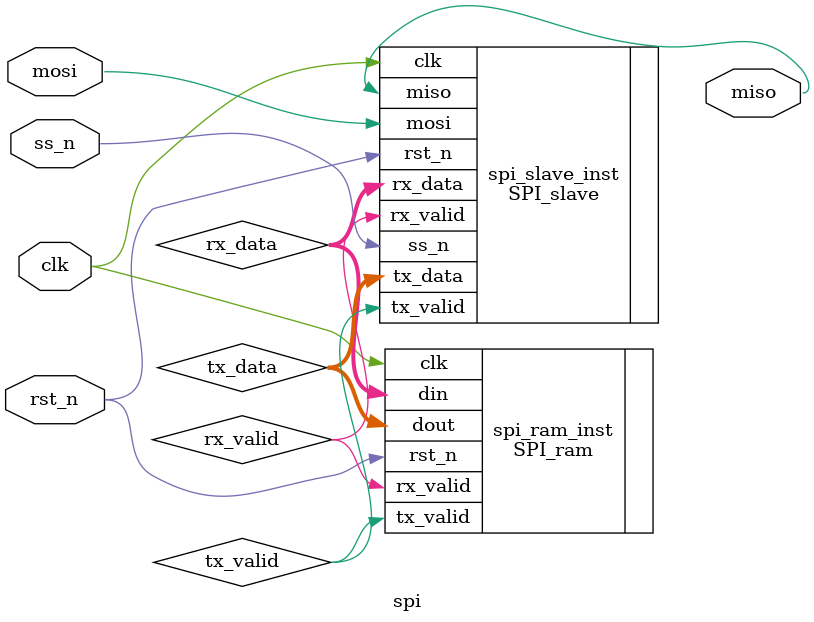
<source format=v>
module spi (
    input mosi,
    input ss_n,
    input clk,
    input rst_n,
    output miso
);

// Wires to connect SPI Slave to RAM
wire [9:0] rx_data;
wire rx_valid;
wire [7:0] tx_data;
wire tx_valid;

// Instantiation of SPI_slave
SPI_slave spi_slave_inst (
    .mosi(mosi),
    .ss_n(ss_n),
    .clk(clk),
    .rst_n(rst_n),
    .miso(miso),
    .rx_data(rx_data),
    .rx_valid(rx_valid),
    .tx_data(tx_data),
    .tx_valid(tx_valid)
);

// Instantiation of SPI_ram
SPI_ram spi_ram_inst (
    .din(rx_data),
    .rx_valid(rx_valid),
    .clk(clk),
    .rst_n(rst_n),
    .tx_valid(tx_valid),
    .dout(tx_data)
);

endmodule


</source>
